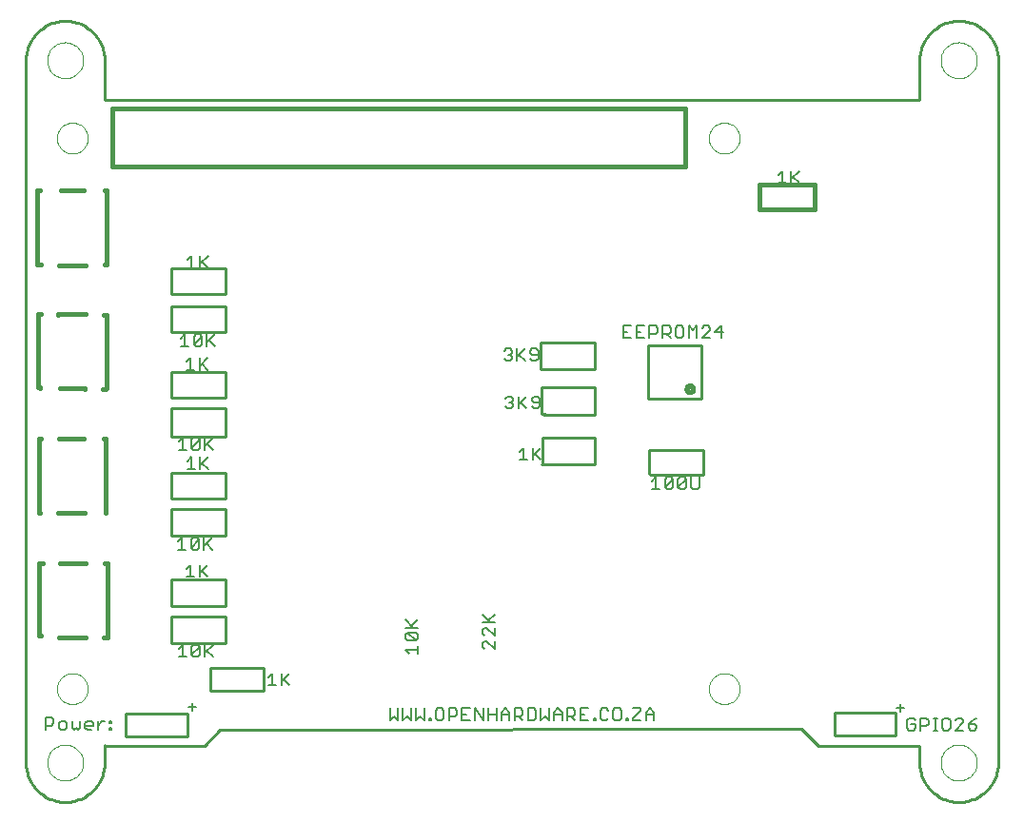
<source format=gto>
G75*
G70*
%OFA0B0*%
%FSLAX24Y24*%
%IPPOS*%
%LPD*%
%AMOC8*
5,1,8,0,0,1.08239X$1,22.5*
%
%ADD10C,0.0000*%
%ADD11C,0.0100*%
%ADD12C,0.0080*%
%ADD13C,0.0160*%
D10*
X002501Y002916D02*
X002503Y002966D01*
X002509Y003016D01*
X002519Y003065D01*
X002533Y003113D01*
X002550Y003160D01*
X002571Y003205D01*
X002596Y003249D01*
X002624Y003290D01*
X002656Y003329D01*
X002690Y003366D01*
X002727Y003400D01*
X002767Y003430D01*
X002809Y003457D01*
X002853Y003481D01*
X002899Y003502D01*
X002946Y003518D01*
X002994Y003531D01*
X003044Y003540D01*
X003093Y003545D01*
X003144Y003546D01*
X003194Y003543D01*
X003243Y003536D01*
X003292Y003525D01*
X003340Y003510D01*
X003386Y003492D01*
X003431Y003470D01*
X003474Y003444D01*
X003515Y003415D01*
X003554Y003383D01*
X003590Y003348D01*
X003622Y003310D01*
X003652Y003270D01*
X003679Y003227D01*
X003702Y003183D01*
X003721Y003137D01*
X003737Y003089D01*
X003749Y003040D01*
X003757Y002991D01*
X003761Y002941D01*
X003761Y002891D01*
X003757Y002841D01*
X003749Y002792D01*
X003737Y002743D01*
X003721Y002695D01*
X003702Y002649D01*
X003679Y002605D01*
X003652Y002562D01*
X003622Y002522D01*
X003590Y002484D01*
X003554Y002449D01*
X003515Y002417D01*
X003474Y002388D01*
X003431Y002362D01*
X003386Y002340D01*
X003340Y002322D01*
X003292Y002307D01*
X003243Y002296D01*
X003194Y002289D01*
X003144Y002286D01*
X003093Y002287D01*
X003044Y002292D01*
X002994Y002301D01*
X002946Y002314D01*
X002899Y002330D01*
X002853Y002351D01*
X002809Y002375D01*
X002767Y002402D01*
X002727Y002432D01*
X002690Y002466D01*
X002656Y002503D01*
X002624Y002542D01*
X002596Y002583D01*
X002571Y002627D01*
X002550Y002672D01*
X002533Y002719D01*
X002519Y002767D01*
X002509Y002816D01*
X002503Y002866D01*
X002501Y002916D01*
X002842Y005502D02*
X002844Y005548D01*
X002850Y005593D01*
X002859Y005638D01*
X002873Y005682D01*
X002890Y005725D01*
X002911Y005766D01*
X002935Y005805D01*
X002962Y005842D01*
X002992Y005876D01*
X003026Y005908D01*
X003061Y005937D01*
X003099Y005963D01*
X003139Y005985D01*
X003181Y006004D01*
X003225Y006019D01*
X003269Y006031D01*
X003314Y006039D01*
X003360Y006043D01*
X003406Y006043D01*
X003452Y006039D01*
X003497Y006031D01*
X003541Y006019D01*
X003585Y006004D01*
X003627Y005985D01*
X003667Y005963D01*
X003705Y005937D01*
X003740Y005908D01*
X003774Y005876D01*
X003804Y005842D01*
X003831Y005805D01*
X003855Y005766D01*
X003876Y005725D01*
X003893Y005682D01*
X003907Y005638D01*
X003916Y005593D01*
X003922Y005548D01*
X003924Y005502D01*
X003922Y005456D01*
X003916Y005411D01*
X003907Y005366D01*
X003893Y005322D01*
X003876Y005279D01*
X003855Y005238D01*
X003831Y005199D01*
X003804Y005162D01*
X003774Y005128D01*
X003740Y005096D01*
X003705Y005067D01*
X003667Y005041D01*
X003627Y005019D01*
X003585Y005000D01*
X003541Y004985D01*
X003497Y004973D01*
X003452Y004965D01*
X003406Y004961D01*
X003360Y004961D01*
X003314Y004965D01*
X003269Y004973D01*
X003225Y004985D01*
X003181Y005000D01*
X003139Y005019D01*
X003099Y005041D01*
X003061Y005067D01*
X003026Y005096D01*
X002992Y005128D01*
X002962Y005162D01*
X002935Y005199D01*
X002911Y005238D01*
X002890Y005279D01*
X002873Y005322D01*
X002859Y005366D01*
X002850Y005411D01*
X002844Y005456D01*
X002842Y005502D01*
X025676Y005502D02*
X025678Y005548D01*
X025684Y005593D01*
X025693Y005638D01*
X025707Y005682D01*
X025724Y005725D01*
X025745Y005766D01*
X025769Y005805D01*
X025796Y005842D01*
X025826Y005876D01*
X025860Y005908D01*
X025895Y005937D01*
X025933Y005963D01*
X025973Y005985D01*
X026015Y006004D01*
X026059Y006019D01*
X026103Y006031D01*
X026148Y006039D01*
X026194Y006043D01*
X026240Y006043D01*
X026286Y006039D01*
X026331Y006031D01*
X026375Y006019D01*
X026419Y006004D01*
X026461Y005985D01*
X026501Y005963D01*
X026539Y005937D01*
X026574Y005908D01*
X026608Y005876D01*
X026638Y005842D01*
X026665Y005805D01*
X026689Y005766D01*
X026710Y005725D01*
X026727Y005682D01*
X026741Y005638D01*
X026750Y005593D01*
X026756Y005548D01*
X026758Y005502D01*
X026756Y005456D01*
X026750Y005411D01*
X026741Y005366D01*
X026727Y005322D01*
X026710Y005279D01*
X026689Y005238D01*
X026665Y005199D01*
X026638Y005162D01*
X026608Y005128D01*
X026574Y005096D01*
X026539Y005067D01*
X026501Y005041D01*
X026461Y005019D01*
X026419Y005000D01*
X026375Y004985D01*
X026331Y004973D01*
X026286Y004965D01*
X026240Y004961D01*
X026194Y004961D01*
X026148Y004965D01*
X026103Y004973D01*
X026059Y004985D01*
X026015Y005000D01*
X025973Y005019D01*
X025933Y005041D01*
X025895Y005067D01*
X025860Y005096D01*
X025826Y005128D01*
X025796Y005162D01*
X025769Y005199D01*
X025745Y005238D01*
X025724Y005279D01*
X025707Y005322D01*
X025693Y005366D01*
X025684Y005411D01*
X025678Y005456D01*
X025676Y005502D01*
X033800Y002916D02*
X033802Y002966D01*
X033808Y003016D01*
X033818Y003065D01*
X033832Y003113D01*
X033849Y003160D01*
X033870Y003205D01*
X033895Y003249D01*
X033923Y003290D01*
X033955Y003329D01*
X033989Y003366D01*
X034026Y003400D01*
X034066Y003430D01*
X034108Y003457D01*
X034152Y003481D01*
X034198Y003502D01*
X034245Y003518D01*
X034293Y003531D01*
X034343Y003540D01*
X034392Y003545D01*
X034443Y003546D01*
X034493Y003543D01*
X034542Y003536D01*
X034591Y003525D01*
X034639Y003510D01*
X034685Y003492D01*
X034730Y003470D01*
X034773Y003444D01*
X034814Y003415D01*
X034853Y003383D01*
X034889Y003348D01*
X034921Y003310D01*
X034951Y003270D01*
X034978Y003227D01*
X035001Y003183D01*
X035020Y003137D01*
X035036Y003089D01*
X035048Y003040D01*
X035056Y002991D01*
X035060Y002941D01*
X035060Y002891D01*
X035056Y002841D01*
X035048Y002792D01*
X035036Y002743D01*
X035020Y002695D01*
X035001Y002649D01*
X034978Y002605D01*
X034951Y002562D01*
X034921Y002522D01*
X034889Y002484D01*
X034853Y002449D01*
X034814Y002417D01*
X034773Y002388D01*
X034730Y002362D01*
X034685Y002340D01*
X034639Y002322D01*
X034591Y002307D01*
X034542Y002296D01*
X034493Y002289D01*
X034443Y002286D01*
X034392Y002287D01*
X034343Y002292D01*
X034293Y002301D01*
X034245Y002314D01*
X034198Y002330D01*
X034152Y002351D01*
X034108Y002375D01*
X034066Y002402D01*
X034026Y002432D01*
X033989Y002466D01*
X033955Y002503D01*
X033923Y002542D01*
X033895Y002583D01*
X033870Y002627D01*
X033849Y002672D01*
X033832Y002719D01*
X033818Y002767D01*
X033808Y002816D01*
X033802Y002866D01*
X033800Y002916D01*
X025676Y024793D02*
X025678Y024839D01*
X025684Y024884D01*
X025693Y024929D01*
X025707Y024973D01*
X025724Y025016D01*
X025745Y025057D01*
X025769Y025096D01*
X025796Y025133D01*
X025826Y025167D01*
X025860Y025199D01*
X025895Y025228D01*
X025933Y025254D01*
X025973Y025276D01*
X026015Y025295D01*
X026059Y025310D01*
X026103Y025322D01*
X026148Y025330D01*
X026194Y025334D01*
X026240Y025334D01*
X026286Y025330D01*
X026331Y025322D01*
X026375Y025310D01*
X026419Y025295D01*
X026461Y025276D01*
X026501Y025254D01*
X026539Y025228D01*
X026574Y025199D01*
X026608Y025167D01*
X026638Y025133D01*
X026665Y025096D01*
X026689Y025057D01*
X026710Y025016D01*
X026727Y024973D01*
X026741Y024929D01*
X026750Y024884D01*
X026756Y024839D01*
X026758Y024793D01*
X026756Y024747D01*
X026750Y024702D01*
X026741Y024657D01*
X026727Y024613D01*
X026710Y024570D01*
X026689Y024529D01*
X026665Y024490D01*
X026638Y024453D01*
X026608Y024419D01*
X026574Y024387D01*
X026539Y024358D01*
X026501Y024332D01*
X026461Y024310D01*
X026419Y024291D01*
X026375Y024276D01*
X026331Y024264D01*
X026286Y024256D01*
X026240Y024252D01*
X026194Y024252D01*
X026148Y024256D01*
X026103Y024264D01*
X026059Y024276D01*
X026015Y024291D01*
X025973Y024310D01*
X025933Y024332D01*
X025895Y024358D01*
X025860Y024387D01*
X025826Y024419D01*
X025796Y024453D01*
X025769Y024490D01*
X025745Y024529D01*
X025724Y024570D01*
X025707Y024613D01*
X025693Y024657D01*
X025684Y024702D01*
X025678Y024747D01*
X025676Y024793D01*
X033800Y027522D02*
X033802Y027572D01*
X033808Y027622D01*
X033818Y027671D01*
X033832Y027719D01*
X033849Y027766D01*
X033870Y027811D01*
X033895Y027855D01*
X033923Y027896D01*
X033955Y027935D01*
X033989Y027972D01*
X034026Y028006D01*
X034066Y028036D01*
X034108Y028063D01*
X034152Y028087D01*
X034198Y028108D01*
X034245Y028124D01*
X034293Y028137D01*
X034343Y028146D01*
X034392Y028151D01*
X034443Y028152D01*
X034493Y028149D01*
X034542Y028142D01*
X034591Y028131D01*
X034639Y028116D01*
X034685Y028098D01*
X034730Y028076D01*
X034773Y028050D01*
X034814Y028021D01*
X034853Y027989D01*
X034889Y027954D01*
X034921Y027916D01*
X034951Y027876D01*
X034978Y027833D01*
X035001Y027789D01*
X035020Y027743D01*
X035036Y027695D01*
X035048Y027646D01*
X035056Y027597D01*
X035060Y027547D01*
X035060Y027497D01*
X035056Y027447D01*
X035048Y027398D01*
X035036Y027349D01*
X035020Y027301D01*
X035001Y027255D01*
X034978Y027211D01*
X034951Y027168D01*
X034921Y027128D01*
X034889Y027090D01*
X034853Y027055D01*
X034814Y027023D01*
X034773Y026994D01*
X034730Y026968D01*
X034685Y026946D01*
X034639Y026928D01*
X034591Y026913D01*
X034542Y026902D01*
X034493Y026895D01*
X034443Y026892D01*
X034392Y026893D01*
X034343Y026898D01*
X034293Y026907D01*
X034245Y026920D01*
X034198Y026936D01*
X034152Y026957D01*
X034108Y026981D01*
X034066Y027008D01*
X034026Y027038D01*
X033989Y027072D01*
X033955Y027109D01*
X033923Y027148D01*
X033895Y027189D01*
X033870Y027233D01*
X033849Y027278D01*
X033832Y027325D01*
X033818Y027373D01*
X033808Y027422D01*
X033802Y027472D01*
X033800Y027522D01*
X002842Y024793D02*
X002844Y024839D01*
X002850Y024884D01*
X002859Y024929D01*
X002873Y024973D01*
X002890Y025016D01*
X002911Y025057D01*
X002935Y025096D01*
X002962Y025133D01*
X002992Y025167D01*
X003026Y025199D01*
X003061Y025228D01*
X003099Y025254D01*
X003139Y025276D01*
X003181Y025295D01*
X003225Y025310D01*
X003269Y025322D01*
X003314Y025330D01*
X003360Y025334D01*
X003406Y025334D01*
X003452Y025330D01*
X003497Y025322D01*
X003541Y025310D01*
X003585Y025295D01*
X003627Y025276D01*
X003667Y025254D01*
X003705Y025228D01*
X003740Y025199D01*
X003774Y025167D01*
X003804Y025133D01*
X003831Y025096D01*
X003855Y025057D01*
X003876Y025016D01*
X003893Y024973D01*
X003907Y024929D01*
X003916Y024884D01*
X003922Y024839D01*
X003924Y024793D01*
X003922Y024747D01*
X003916Y024702D01*
X003907Y024657D01*
X003893Y024613D01*
X003876Y024570D01*
X003855Y024529D01*
X003831Y024490D01*
X003804Y024453D01*
X003774Y024419D01*
X003740Y024387D01*
X003705Y024358D01*
X003667Y024332D01*
X003627Y024310D01*
X003585Y024291D01*
X003541Y024276D01*
X003497Y024264D01*
X003452Y024256D01*
X003406Y024252D01*
X003360Y024252D01*
X003314Y024256D01*
X003269Y024264D01*
X003225Y024276D01*
X003181Y024291D01*
X003139Y024310D01*
X003099Y024332D01*
X003061Y024358D01*
X003026Y024387D01*
X002992Y024419D01*
X002962Y024453D01*
X002935Y024490D01*
X002911Y024529D01*
X002890Y024570D01*
X002873Y024613D01*
X002859Y024657D01*
X002850Y024702D01*
X002844Y024747D01*
X002842Y024793D01*
X002501Y027522D02*
X002503Y027572D01*
X002509Y027622D01*
X002519Y027671D01*
X002533Y027719D01*
X002550Y027766D01*
X002571Y027811D01*
X002596Y027855D01*
X002624Y027896D01*
X002656Y027935D01*
X002690Y027972D01*
X002727Y028006D01*
X002767Y028036D01*
X002809Y028063D01*
X002853Y028087D01*
X002899Y028108D01*
X002946Y028124D01*
X002994Y028137D01*
X003044Y028146D01*
X003093Y028151D01*
X003144Y028152D01*
X003194Y028149D01*
X003243Y028142D01*
X003292Y028131D01*
X003340Y028116D01*
X003386Y028098D01*
X003431Y028076D01*
X003474Y028050D01*
X003515Y028021D01*
X003554Y027989D01*
X003590Y027954D01*
X003622Y027916D01*
X003652Y027876D01*
X003679Y027833D01*
X003702Y027789D01*
X003721Y027743D01*
X003737Y027695D01*
X003749Y027646D01*
X003757Y027597D01*
X003761Y027547D01*
X003761Y027497D01*
X003757Y027447D01*
X003749Y027398D01*
X003737Y027349D01*
X003721Y027301D01*
X003702Y027255D01*
X003679Y027211D01*
X003652Y027168D01*
X003622Y027128D01*
X003590Y027090D01*
X003554Y027055D01*
X003515Y027023D01*
X003474Y026994D01*
X003431Y026968D01*
X003386Y026946D01*
X003340Y026928D01*
X003292Y026913D01*
X003243Y026902D01*
X003194Y026895D01*
X003144Y026892D01*
X003093Y026893D01*
X003044Y026898D01*
X002994Y026907D01*
X002946Y026920D01*
X002899Y026936D01*
X002853Y026957D01*
X002809Y026981D01*
X002767Y027008D01*
X002727Y027038D01*
X002690Y027072D01*
X002656Y027109D01*
X002624Y027148D01*
X002596Y027189D01*
X002571Y027233D01*
X002550Y027278D01*
X002533Y027325D01*
X002519Y027373D01*
X002509Y027422D01*
X002503Y027472D01*
X002501Y027522D01*
D11*
X001753Y027522D02*
X001753Y002916D01*
X001755Y002843D01*
X001761Y002770D01*
X001771Y002697D01*
X001784Y002625D01*
X001802Y002553D01*
X001823Y002483D01*
X001848Y002414D01*
X001876Y002347D01*
X001908Y002281D01*
X001944Y002216D01*
X001983Y002154D01*
X002025Y002094D01*
X002070Y002036D01*
X002118Y001981D01*
X002170Y001929D01*
X002224Y001879D01*
X002280Y001832D01*
X002339Y001788D01*
X002400Y001748D01*
X002463Y001711D01*
X002528Y001677D01*
X002595Y001646D01*
X002664Y001620D01*
X002733Y001597D01*
X002804Y001577D01*
X002876Y001562D01*
X002948Y001550D01*
X003021Y001542D01*
X003094Y001538D01*
X003168Y001538D01*
X003241Y001542D01*
X003314Y001550D01*
X003386Y001562D01*
X003458Y001577D01*
X003529Y001597D01*
X003598Y001620D01*
X003667Y001646D01*
X003734Y001677D01*
X003799Y001711D01*
X003862Y001748D01*
X003923Y001788D01*
X003982Y001832D01*
X004038Y001879D01*
X004092Y001929D01*
X004144Y001981D01*
X004192Y002036D01*
X004237Y002094D01*
X004279Y002154D01*
X004318Y002216D01*
X004354Y002281D01*
X004386Y002347D01*
X004414Y002414D01*
X004439Y002483D01*
X004460Y002553D01*
X004478Y002625D01*
X004491Y002697D01*
X004501Y002770D01*
X004507Y002843D01*
X004509Y002916D01*
X004509Y003500D01*
X004531Y003523D01*
X004507Y003514D02*
X008050Y003514D01*
X008020Y003514D02*
X004567Y003514D01*
X004509Y003500D01*
X005260Y003835D02*
X005260Y004635D01*
X007410Y004635D01*
X007410Y003835D01*
X005260Y003835D01*
X008020Y003514D02*
X008565Y004060D01*
X028909Y004097D01*
X029499Y003507D01*
X033052Y003507D01*
X033036Y003495D01*
X033052Y003506D01*
X029509Y003506D01*
X030085Y003860D02*
X030085Y004660D01*
X032210Y004660D01*
X032210Y003860D01*
X030085Y003860D01*
X033052Y003506D02*
X033052Y002916D01*
X033054Y002843D01*
X033060Y002770D01*
X033070Y002697D01*
X033083Y002625D01*
X033101Y002553D01*
X033122Y002483D01*
X033147Y002414D01*
X033175Y002347D01*
X033207Y002281D01*
X033243Y002216D01*
X033282Y002154D01*
X033324Y002094D01*
X033369Y002036D01*
X033417Y001981D01*
X033469Y001929D01*
X033523Y001879D01*
X033579Y001832D01*
X033638Y001788D01*
X033699Y001748D01*
X033762Y001711D01*
X033827Y001677D01*
X033894Y001646D01*
X033963Y001620D01*
X034032Y001597D01*
X034103Y001577D01*
X034175Y001562D01*
X034247Y001550D01*
X034320Y001542D01*
X034393Y001538D01*
X034467Y001538D01*
X034540Y001542D01*
X034613Y001550D01*
X034685Y001562D01*
X034757Y001577D01*
X034828Y001597D01*
X034897Y001620D01*
X034966Y001646D01*
X035033Y001677D01*
X035098Y001711D01*
X035161Y001748D01*
X035222Y001788D01*
X035281Y001832D01*
X035337Y001879D01*
X035391Y001929D01*
X035443Y001981D01*
X035491Y002036D01*
X035536Y002094D01*
X035578Y002154D01*
X035617Y002216D01*
X035653Y002281D01*
X035685Y002347D01*
X035713Y002414D01*
X035738Y002483D01*
X035759Y002553D01*
X035777Y002625D01*
X035790Y002697D01*
X035800Y002770D01*
X035806Y002843D01*
X035808Y002916D01*
X035808Y027522D01*
X035806Y027595D01*
X035800Y027668D01*
X035790Y027741D01*
X035777Y027813D01*
X035759Y027885D01*
X035738Y027955D01*
X035713Y028024D01*
X035685Y028091D01*
X035653Y028157D01*
X035617Y028222D01*
X035578Y028284D01*
X035536Y028344D01*
X035491Y028402D01*
X035443Y028457D01*
X035391Y028509D01*
X035337Y028559D01*
X035281Y028606D01*
X035222Y028650D01*
X035161Y028690D01*
X035098Y028727D01*
X035033Y028761D01*
X034966Y028792D01*
X034897Y028818D01*
X034828Y028841D01*
X034757Y028861D01*
X034685Y028876D01*
X034613Y028888D01*
X034540Y028896D01*
X034467Y028900D01*
X034393Y028900D01*
X034320Y028896D01*
X034247Y028888D01*
X034175Y028876D01*
X034103Y028861D01*
X034032Y028841D01*
X033963Y028818D01*
X033894Y028792D01*
X033827Y028761D01*
X033762Y028727D01*
X033699Y028690D01*
X033638Y028650D01*
X033579Y028606D01*
X033523Y028559D01*
X033469Y028509D01*
X033417Y028457D01*
X033369Y028402D01*
X033324Y028344D01*
X033282Y028284D01*
X033243Y028222D01*
X033207Y028157D01*
X033175Y028091D01*
X033147Y028024D01*
X033122Y027955D01*
X033101Y027885D01*
X033083Y027813D01*
X033070Y027741D01*
X033060Y027668D01*
X033054Y027595D01*
X033052Y027522D01*
X033052Y026144D01*
X004509Y026144D01*
X004509Y027522D01*
X004507Y027595D01*
X004501Y027668D01*
X004491Y027741D01*
X004478Y027813D01*
X004460Y027885D01*
X004439Y027955D01*
X004414Y028024D01*
X004386Y028091D01*
X004354Y028157D01*
X004318Y028222D01*
X004279Y028284D01*
X004237Y028344D01*
X004192Y028402D01*
X004144Y028457D01*
X004092Y028509D01*
X004038Y028559D01*
X003982Y028606D01*
X003923Y028650D01*
X003862Y028690D01*
X003799Y028727D01*
X003734Y028761D01*
X003667Y028792D01*
X003598Y028818D01*
X003529Y028841D01*
X003458Y028861D01*
X003386Y028876D01*
X003314Y028888D01*
X003241Y028896D01*
X003168Y028900D01*
X003094Y028900D01*
X003021Y028896D01*
X002948Y028888D01*
X002876Y028876D01*
X002804Y028861D01*
X002733Y028841D01*
X002664Y028818D01*
X002595Y028792D01*
X002528Y028761D01*
X002463Y028727D01*
X002400Y028690D01*
X002339Y028650D01*
X002280Y028606D01*
X002224Y028559D01*
X002170Y028509D01*
X002118Y028457D01*
X002070Y028402D01*
X002025Y028344D01*
X001983Y028284D01*
X001944Y028222D01*
X001908Y028157D01*
X001876Y028091D01*
X001848Y028024D01*
X001823Y027955D01*
X001802Y027885D01*
X001784Y027813D01*
X001771Y027741D01*
X001761Y027668D01*
X001755Y027595D01*
X001753Y027522D01*
X006835Y020235D02*
X006835Y019335D01*
X008735Y019335D01*
X008735Y019360D01*
X008735Y020235D01*
X006835Y020235D01*
X006860Y018910D02*
X008735Y018910D01*
X008735Y018885D02*
X008735Y017985D01*
X006860Y017985D01*
X006860Y018910D01*
X008710Y019360D02*
X008735Y019360D01*
X008735Y016610D02*
X006860Y016610D01*
X006860Y015685D01*
X008735Y015685D01*
X008735Y016610D01*
X008735Y015335D02*
X008735Y014335D01*
X006835Y014335D01*
X006835Y015335D01*
X008735Y015335D01*
X008735Y013060D02*
X006860Y013060D01*
X006860Y012160D01*
X008735Y012160D01*
X008735Y013060D01*
X008735Y011810D02*
X008735Y010860D01*
X006835Y010860D01*
X006835Y011810D01*
X008735Y011810D01*
X008735Y009335D02*
X006860Y009335D01*
X006835Y009335D02*
X006835Y008385D01*
X008735Y008385D01*
X008735Y009335D01*
X008735Y008035D02*
X006860Y008035D01*
X006860Y007110D01*
X006885Y007110D02*
X008735Y007110D01*
X008735Y008035D01*
X008210Y006235D02*
X008210Y005460D01*
X008210Y005435D02*
X010085Y005435D01*
X010085Y006235D01*
X008210Y006235D01*
X019810Y013360D02*
X019835Y013360D01*
X019835Y014285D01*
X021685Y014285D01*
X021685Y013360D01*
X019835Y013360D01*
X019885Y015110D02*
X021685Y015110D01*
X021685Y016060D01*
X019810Y016060D01*
X019810Y015135D01*
X019960Y015135D01*
X019785Y016685D02*
X021685Y016685D01*
X021685Y017635D01*
X019785Y017635D01*
X019785Y016685D01*
X023560Y017535D02*
X023560Y015660D01*
X025410Y015660D01*
X025410Y017535D01*
X023585Y017535D01*
X023585Y013860D02*
X023585Y013035D01*
X023610Y013010D02*
X025485Y013010D01*
X025485Y013860D01*
X023585Y013860D01*
D12*
X023815Y012920D02*
X023675Y012780D01*
X023815Y012920D02*
X023815Y012500D01*
X023675Y012500D02*
X023955Y012500D01*
X024135Y012570D02*
X024416Y012850D01*
X024416Y012570D01*
X024346Y012500D01*
X024205Y012500D01*
X024135Y012570D01*
X024135Y012850D01*
X024205Y012920D01*
X024346Y012920D01*
X024416Y012850D01*
X024596Y012850D02*
X024596Y012570D01*
X024876Y012850D01*
X024876Y012570D01*
X024806Y012500D01*
X024666Y012500D01*
X024596Y012570D01*
X024596Y012850D02*
X024666Y012920D01*
X024806Y012920D01*
X024876Y012850D01*
X025056Y012920D02*
X025056Y012570D01*
X025126Y012500D01*
X025266Y012500D01*
X025336Y012570D01*
X025336Y012920D01*
X019791Y013525D02*
X019580Y013735D01*
X019510Y013665D02*
X019791Y013945D01*
X019510Y013945D02*
X019510Y013525D01*
X019330Y013525D02*
X019050Y013525D01*
X019190Y013525D02*
X019190Y013945D01*
X019050Y013805D01*
X019010Y015325D02*
X019010Y015745D01*
X018830Y015675D02*
X018830Y015605D01*
X018760Y015535D01*
X018830Y015465D01*
X018830Y015395D01*
X018760Y015325D01*
X018620Y015325D01*
X018550Y015395D01*
X018690Y015535D02*
X018760Y015535D01*
X018830Y015675D02*
X018760Y015745D01*
X018620Y015745D01*
X018550Y015675D01*
X019010Y015465D02*
X019291Y015745D01*
X019471Y015675D02*
X019541Y015745D01*
X019681Y015745D01*
X019751Y015675D01*
X019751Y015395D01*
X019681Y015325D01*
X019541Y015325D01*
X019471Y015395D01*
X019541Y015535D02*
X019751Y015535D01*
X019541Y015535D02*
X019471Y015605D01*
X019471Y015675D01*
X019291Y015325D02*
X019080Y015535D01*
X018960Y017000D02*
X018960Y017420D01*
X018780Y017350D02*
X018780Y017280D01*
X018710Y017210D01*
X018780Y017140D01*
X018780Y017070D01*
X018710Y017000D01*
X018570Y017000D01*
X018500Y017070D01*
X018640Y017210D02*
X018710Y017210D01*
X018780Y017350D02*
X018710Y017420D01*
X018570Y017420D01*
X018500Y017350D01*
X018960Y017140D02*
X019241Y017420D01*
X019421Y017350D02*
X019421Y017280D01*
X019491Y017210D01*
X019701Y017210D01*
X019701Y017070D02*
X019701Y017350D01*
X019631Y017420D01*
X019491Y017420D01*
X019421Y017350D01*
X019421Y017070D02*
X019491Y017000D01*
X019631Y017000D01*
X019701Y017070D01*
X019241Y017000D02*
X019030Y017210D01*
X022675Y017800D02*
X022955Y017800D01*
X023135Y017800D02*
X023416Y017800D01*
X023596Y017800D02*
X023596Y018220D01*
X023806Y018220D01*
X023876Y018150D01*
X023876Y018010D01*
X023806Y017940D01*
X023596Y017940D01*
X023276Y018010D02*
X023135Y018010D01*
X023135Y018220D02*
X023135Y017800D01*
X022815Y018010D02*
X022675Y018010D01*
X022675Y018220D02*
X022675Y017800D01*
X022675Y018220D02*
X022955Y018220D01*
X023135Y018220D02*
X023416Y018220D01*
X024056Y018220D02*
X024266Y018220D01*
X024336Y018150D01*
X024336Y018010D01*
X024266Y017940D01*
X024056Y017940D01*
X024056Y017800D02*
X024056Y018220D01*
X024196Y017940D02*
X024336Y017800D01*
X024517Y017870D02*
X024587Y017800D01*
X024727Y017800D01*
X024797Y017870D01*
X024797Y018150D01*
X024727Y018220D01*
X024587Y018220D01*
X024517Y018150D01*
X024517Y017870D01*
X024977Y017800D02*
X024977Y018220D01*
X025117Y018080D01*
X025257Y018220D01*
X025257Y017800D01*
X025437Y017800D02*
X025718Y018080D01*
X025718Y018150D01*
X025648Y018220D01*
X025507Y018220D01*
X025437Y018150D01*
X025898Y018010D02*
X026178Y018010D01*
X026108Y017800D02*
X026108Y018220D01*
X025898Y018010D01*
X025718Y017800D02*
X025437Y017800D01*
X028100Y023225D02*
X028380Y023225D01*
X028240Y023225D02*
X028240Y023645D01*
X028100Y023505D01*
X028560Y023365D02*
X028841Y023645D01*
X028560Y023645D02*
X028560Y023225D01*
X028630Y023435D02*
X028841Y023225D01*
X018170Y008101D02*
X017960Y007891D01*
X018030Y007821D02*
X017750Y008101D01*
X017750Y007821D02*
X018170Y007821D01*
X018170Y007641D02*
X018170Y007360D01*
X017890Y007641D01*
X017820Y007641D01*
X017750Y007571D01*
X017750Y007430D01*
X017820Y007360D01*
X017820Y007180D02*
X017750Y007110D01*
X017750Y006970D01*
X017820Y006900D01*
X017820Y007180D02*
X017890Y007180D01*
X018170Y006900D01*
X018170Y007180D01*
X015470Y007255D02*
X015400Y007185D01*
X015120Y007466D01*
X015400Y007466D01*
X015470Y007396D01*
X015470Y007255D01*
X015400Y007185D02*
X015120Y007185D01*
X015050Y007255D01*
X015050Y007396D01*
X015120Y007466D01*
X015050Y007646D02*
X015470Y007646D01*
X015330Y007646D02*
X015050Y007926D01*
X015260Y007716D02*
X015470Y007926D01*
X015470Y007005D02*
X015470Y006725D01*
X015470Y006865D02*
X015050Y006865D01*
X015190Y006725D01*
X015241Y004820D02*
X015241Y004400D01*
X015101Y004540D01*
X014960Y004400D01*
X014960Y004820D01*
X014780Y004820D02*
X014780Y004400D01*
X014640Y004540D01*
X014500Y004400D01*
X014500Y004820D01*
X015421Y004820D02*
X015421Y004400D01*
X015561Y004540D01*
X015701Y004400D01*
X015701Y004820D01*
X015881Y004470D02*
X015951Y004470D01*
X015951Y004400D01*
X015881Y004400D01*
X015881Y004470D01*
X016111Y004470D02*
X016181Y004400D01*
X016322Y004400D01*
X016392Y004470D01*
X016392Y004750D01*
X016322Y004820D01*
X016181Y004820D01*
X016111Y004750D01*
X016111Y004470D01*
X016572Y004400D02*
X016572Y004820D01*
X016782Y004820D01*
X016852Y004750D01*
X016852Y004610D01*
X016782Y004540D01*
X016572Y004540D01*
X017032Y004610D02*
X017172Y004610D01*
X017032Y004820D02*
X017032Y004400D01*
X017312Y004400D01*
X017493Y004400D02*
X017493Y004820D01*
X017773Y004400D01*
X017773Y004820D01*
X017953Y004820D02*
X017953Y004400D01*
X017953Y004610D02*
X018233Y004610D01*
X018413Y004610D02*
X018694Y004610D01*
X018694Y004680D02*
X018694Y004400D01*
X018874Y004400D02*
X018874Y004820D01*
X019084Y004820D01*
X019154Y004750D01*
X019154Y004610D01*
X019084Y004540D01*
X018874Y004540D01*
X019014Y004540D02*
X019154Y004400D01*
X019334Y004400D02*
X019334Y004820D01*
X019544Y004820D01*
X019614Y004750D01*
X019614Y004470D01*
X019544Y004400D01*
X019334Y004400D01*
X019795Y004400D02*
X019795Y004820D01*
X020075Y004820D02*
X020075Y004400D01*
X019935Y004540D01*
X019795Y004400D01*
X020255Y004400D02*
X020255Y004680D01*
X020395Y004820D01*
X020535Y004680D01*
X020535Y004400D01*
X020715Y004400D02*
X020715Y004820D01*
X020925Y004820D01*
X020996Y004750D01*
X020996Y004610D01*
X020925Y004540D01*
X020715Y004540D01*
X020855Y004540D02*
X020996Y004400D01*
X021176Y004400D02*
X021176Y004820D01*
X021456Y004820D01*
X021316Y004610D02*
X021176Y004610D01*
X021176Y004400D02*
X021456Y004400D01*
X021636Y004400D02*
X021706Y004400D01*
X021706Y004470D01*
X021636Y004470D01*
X021636Y004400D01*
X021866Y004470D02*
X021866Y004750D01*
X021936Y004820D01*
X022076Y004820D01*
X022147Y004750D01*
X022327Y004750D02*
X022327Y004470D01*
X022397Y004400D01*
X022537Y004400D01*
X022607Y004470D01*
X022607Y004750D01*
X022537Y004820D01*
X022397Y004820D01*
X022327Y004750D01*
X022147Y004470D02*
X022076Y004400D01*
X021936Y004400D01*
X021866Y004470D01*
X022787Y004470D02*
X022857Y004470D01*
X022857Y004400D01*
X022787Y004400D01*
X022787Y004470D01*
X023017Y004470D02*
X023297Y004750D01*
X023297Y004820D01*
X023017Y004820D01*
X023017Y004470D02*
X023017Y004400D01*
X023297Y004400D01*
X023478Y004400D02*
X023478Y004680D01*
X023618Y004820D01*
X023758Y004680D01*
X023758Y004400D01*
X023758Y004610D02*
X023478Y004610D01*
X020535Y004610D02*
X020255Y004610D01*
X018694Y004680D02*
X018553Y004820D01*
X018413Y004680D01*
X018413Y004400D01*
X018233Y004400D02*
X018233Y004820D01*
X017312Y004820D02*
X017032Y004820D01*
X010991Y005625D02*
X010780Y005835D01*
X010710Y005765D02*
X010991Y006045D01*
X010710Y006045D02*
X010710Y005625D01*
X010530Y005625D02*
X010250Y005625D01*
X010390Y005625D02*
X010390Y006045D01*
X010250Y005905D01*
X008301Y006625D02*
X008091Y006835D01*
X008021Y006765D02*
X008301Y007045D01*
X008021Y007045D02*
X008021Y006625D01*
X007841Y006695D02*
X007771Y006625D01*
X007630Y006625D01*
X007560Y006695D01*
X007841Y006975D01*
X007841Y006695D01*
X007841Y006975D02*
X007771Y007045D01*
X007630Y007045D01*
X007560Y006975D01*
X007560Y006695D01*
X007380Y006625D02*
X007100Y006625D01*
X007240Y006625D02*
X007240Y007045D01*
X007100Y006905D01*
X007590Y005000D02*
X007590Y004720D01*
X007450Y004860D02*
X007730Y004860D01*
X004745Y004355D02*
X004745Y004285D01*
X004675Y004285D01*
X004675Y004355D01*
X004745Y004355D01*
X004745Y004145D02*
X004745Y004075D01*
X004675Y004075D01*
X004675Y004145D01*
X004745Y004145D01*
X004502Y004355D02*
X004432Y004355D01*
X004292Y004215D01*
X004292Y004075D02*
X004292Y004355D01*
X004111Y004285D02*
X004111Y004215D01*
X003831Y004215D01*
X003831Y004145D02*
X003831Y004285D01*
X003901Y004355D01*
X004041Y004355D01*
X004111Y004285D01*
X004041Y004075D02*
X003901Y004075D01*
X003831Y004145D01*
X003651Y004145D02*
X003651Y004355D01*
X003651Y004145D02*
X003581Y004075D01*
X003511Y004145D01*
X003441Y004075D01*
X003371Y004145D01*
X003371Y004355D01*
X003191Y004285D02*
X003121Y004355D01*
X002980Y004355D01*
X002910Y004285D01*
X002910Y004145D01*
X002980Y004075D01*
X003121Y004075D01*
X003191Y004145D01*
X003191Y004285D01*
X002730Y004285D02*
X002660Y004215D01*
X002450Y004215D01*
X002450Y004075D02*
X002450Y004495D01*
X002660Y004495D01*
X002730Y004425D01*
X002730Y004285D01*
X007375Y009425D02*
X007655Y009425D01*
X007515Y009425D02*
X007515Y009845D01*
X007375Y009705D01*
X007835Y009565D02*
X008116Y009845D01*
X007835Y009845D02*
X007835Y009425D01*
X007905Y009635D02*
X008116Y009425D01*
X007996Y010375D02*
X007996Y010795D01*
X007816Y010725D02*
X007535Y010445D01*
X007605Y010375D01*
X007746Y010375D01*
X007816Y010445D01*
X007816Y010725D01*
X007746Y010795D01*
X007605Y010795D01*
X007535Y010725D01*
X007535Y010445D01*
X007355Y010375D02*
X007075Y010375D01*
X007215Y010375D02*
X007215Y010795D01*
X007075Y010655D01*
X007996Y010515D02*
X008276Y010795D01*
X008066Y010585D02*
X008276Y010375D01*
X008141Y013200D02*
X007930Y013410D01*
X007860Y013340D02*
X008141Y013620D01*
X007860Y013620D02*
X007860Y013200D01*
X007680Y013200D02*
X007400Y013200D01*
X007540Y013200D02*
X007540Y013620D01*
X007400Y013480D01*
X007380Y013875D02*
X007100Y013875D01*
X007240Y013875D02*
X007240Y014295D01*
X007100Y014155D01*
X007560Y014225D02*
X007560Y013945D01*
X007841Y014225D01*
X007841Y013945D01*
X007771Y013875D01*
X007630Y013875D01*
X007560Y013945D01*
X007560Y014225D02*
X007630Y014295D01*
X007771Y014295D01*
X007841Y014225D01*
X008021Y014295D02*
X008021Y013875D01*
X008021Y014015D02*
X008301Y014295D01*
X008091Y014085D02*
X008301Y013875D01*
X008116Y016675D02*
X007905Y016885D01*
X007835Y016815D02*
X008116Y017095D01*
X007835Y017095D02*
X007835Y016675D01*
X007655Y016675D02*
X007375Y016675D01*
X007515Y016675D02*
X007515Y017095D01*
X007375Y016955D01*
X007315Y017500D02*
X007315Y017920D01*
X007175Y017780D01*
X007175Y017500D02*
X007455Y017500D01*
X007635Y017570D02*
X007916Y017850D01*
X007916Y017570D01*
X007846Y017500D01*
X007705Y017500D01*
X007635Y017570D01*
X007635Y017850D01*
X007705Y017920D01*
X007846Y017920D01*
X007916Y017850D01*
X008096Y017920D02*
X008096Y017500D01*
X008096Y017640D02*
X008376Y017920D01*
X008166Y017710D02*
X008376Y017500D01*
X008141Y020250D02*
X007930Y020460D01*
X007860Y020390D02*
X008141Y020670D01*
X007860Y020670D02*
X007860Y020250D01*
X007680Y020250D02*
X007400Y020250D01*
X007540Y020250D02*
X007540Y020670D01*
X007400Y020530D01*
X032250Y004835D02*
X032530Y004835D01*
X032390Y004975D02*
X032390Y004695D01*
X032625Y004400D02*
X032625Y004120D01*
X032695Y004050D01*
X032835Y004050D01*
X032905Y004120D01*
X032905Y004260D01*
X032765Y004260D01*
X032625Y004400D02*
X032695Y004470D01*
X032835Y004470D01*
X032905Y004400D01*
X033085Y004470D02*
X033085Y004050D01*
X033085Y004190D02*
X033296Y004190D01*
X033366Y004260D01*
X033366Y004400D01*
X033296Y004470D01*
X033085Y004470D01*
X033546Y004470D02*
X033686Y004470D01*
X033616Y004470D02*
X033616Y004050D01*
X033546Y004050D02*
X033686Y004050D01*
X033853Y004120D02*
X033853Y004400D01*
X033923Y004470D01*
X034063Y004470D01*
X034133Y004400D01*
X034133Y004120D01*
X034063Y004050D01*
X033923Y004050D01*
X033853Y004120D01*
X034313Y004050D02*
X034593Y004330D01*
X034593Y004400D01*
X034523Y004470D01*
X034383Y004470D01*
X034313Y004400D01*
X034313Y004050D02*
X034593Y004050D01*
X034773Y004120D02*
X034844Y004050D01*
X034984Y004050D01*
X035054Y004120D01*
X035054Y004190D01*
X034984Y004260D01*
X034773Y004260D01*
X034773Y004120D01*
X034773Y004260D02*
X034914Y004400D01*
X035054Y004470D01*
D13*
X024898Y016010D02*
X024900Y016031D01*
X024906Y016050D01*
X024915Y016069D01*
X024927Y016085D01*
X024943Y016099D01*
X024960Y016110D01*
X024979Y016118D01*
X025000Y016122D01*
X025020Y016122D01*
X025041Y016118D01*
X025060Y016110D01*
X025077Y016099D01*
X025093Y016085D01*
X025105Y016069D01*
X025114Y016050D01*
X025120Y016031D01*
X025122Y016010D01*
X025120Y015989D01*
X025114Y015970D01*
X025105Y015951D01*
X025093Y015935D01*
X025077Y015921D01*
X025060Y015910D01*
X025041Y015902D01*
X025020Y015898D01*
X025000Y015898D01*
X024979Y015902D01*
X024960Y015910D01*
X024943Y015921D01*
X024927Y015935D01*
X024915Y015951D01*
X024906Y015970D01*
X024900Y015989D01*
X024898Y016010D01*
X027460Y022310D02*
X027460Y023135D01*
X027460Y023160D02*
X029385Y023160D01*
X029385Y023110D01*
X029385Y023035D01*
X029385Y022310D01*
X027460Y022310D01*
X024835Y023785D02*
X004785Y023785D01*
X004785Y025835D01*
X024835Y025835D01*
X024835Y023785D01*
X004585Y022960D02*
X004585Y020360D01*
X004510Y020360D01*
X003860Y020335D02*
X002910Y020335D01*
X002285Y020360D02*
X002135Y020360D01*
X002135Y022960D01*
X002235Y022960D01*
X002985Y022960D02*
X003785Y022960D01*
X004510Y022960D02*
X004585Y022960D01*
X004585Y018610D02*
X004485Y018610D01*
X004585Y018610D02*
X004585Y016035D01*
X004535Y016035D01*
X004535Y016010D01*
X004460Y016010D01*
X003810Y016035D02*
X003810Y016010D01*
X003810Y016035D02*
X002935Y016035D01*
X002235Y016060D02*
X002235Y016035D01*
X002235Y016060D02*
X002185Y016060D01*
X002185Y018635D01*
X002285Y018635D01*
X002885Y018635D02*
X002885Y018610D01*
X002885Y018635D02*
X003835Y018635D01*
X003785Y014260D02*
X002910Y014260D01*
X002285Y014260D02*
X002260Y014260D01*
X002210Y014260D02*
X002210Y011660D01*
X002260Y011660D01*
X002885Y011660D02*
X003810Y011660D01*
X004535Y011660D02*
X004535Y014260D01*
X004485Y014260D01*
X004510Y009885D02*
X004610Y009885D01*
X004610Y007310D01*
X004485Y007310D01*
X003835Y007310D02*
X002910Y007310D01*
X002285Y007360D02*
X002210Y007360D01*
X002210Y009910D01*
X002335Y009910D01*
X002935Y009910D02*
X003860Y009910D01*
M02*

</source>
